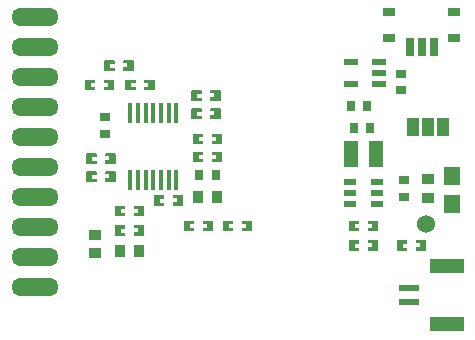
<source format=gtp>
G04 Layer: TopPasteMaskLayer*
G04 EasyEDA v6.5.47, 2024-10-12 17:14:22*
G04 719fd9fe6d86445c93735ca12bf21bf7,a18d025d90d848418757c69f2d6d6cc0,10*
G04 Gerber Generator version 0.2*
G04 Scale: 100 percent, Rotated: No, Reflected: No *
G04 Dimensions in millimeters *
G04 leading zeros omitted , absolute positions ,4 integer and 5 decimal *
%FSLAX45Y45*%
%MOMM*%

%ADD10C,1.5240*%
%ADD11R,1.0922X0.8128*%
%ADD12R,0.9000X0.8000*%
%ADD13R,1.3589X1.5000*%
%ADD14R,0.8000X0.9000*%
%ADD15R,1.2000X2.2000*%
%ADD16R,1.0000X1.5000*%
%ADD17R,1.0720X0.5320*%
%ADD18R,1.1570X0.4900*%
%ADD19R,1.1750X0.4900*%
%ADD20O,3.9999919999999998X1.499997*%
%ADD21R,0.7000X1.5000*%
%ADD22R,1.0000X0.8000*%
%ADD23R,1.7000X0.6000*%
%ADD24R,2.9000X1.3000*%
%ADD25R,0.8128X1.0922*%
%ADD26R,0.4000X1.7000*%
%ADD27R,0.0166X1.7000*%

%LPD*%
G36*
X3309518Y-2317191D02*
G01*
X3304489Y-2322220D01*
X3304489Y-2402179D01*
X3309518Y-2407208D01*
X3389477Y-2407208D01*
X3394506Y-2402179D01*
X3394506Y-2379421D01*
X3357524Y-2379421D01*
X3357524Y-2346401D01*
X3394506Y-2346401D01*
X3394506Y-2322220D01*
X3389477Y-2317191D01*
G37*
G36*
X3468522Y-2317191D02*
G01*
X3463493Y-2322220D01*
X3463493Y-2344978D01*
X3500475Y-2344978D01*
X3500475Y-2377998D01*
X3463493Y-2377998D01*
X3463493Y-2402179D01*
X3468522Y-2407208D01*
X3548481Y-2407208D01*
X3553510Y-2402179D01*
X3553510Y-2322220D01*
X3548481Y-2317191D01*
G37*
G36*
X3062122Y-2152091D02*
G01*
X3057093Y-2157120D01*
X3057093Y-2179878D01*
X3094075Y-2179878D01*
X3094075Y-2212898D01*
X3057093Y-2212898D01*
X3057093Y-2237079D01*
X3062122Y-2242108D01*
X3142081Y-2242108D01*
X3147110Y-2237079D01*
X3147110Y-2157120D01*
X3142081Y-2152091D01*
G37*
G36*
X2903118Y-2152091D02*
G01*
X2898089Y-2157120D01*
X2898089Y-2237079D01*
X2903118Y-2242108D01*
X2983077Y-2242108D01*
X2988106Y-2237079D01*
X2988106Y-2214321D01*
X2951124Y-2214321D01*
X2951124Y-2181301D01*
X2988106Y-2181301D01*
X2988106Y-2157120D01*
X2983077Y-2152091D01*
G37*
G36*
X2903118Y-2317191D02*
G01*
X2898089Y-2322220D01*
X2898089Y-2402179D01*
X2903118Y-2407208D01*
X2983077Y-2407208D01*
X2988106Y-2402179D01*
X2988106Y-2379421D01*
X2951124Y-2379421D01*
X2951124Y-2346401D01*
X2988106Y-2346401D01*
X2988106Y-2322220D01*
X2983077Y-2317191D01*
G37*
G36*
X3062122Y-2317191D02*
G01*
X3057093Y-2322220D01*
X3057093Y-2344978D01*
X3094075Y-2344978D01*
X3094075Y-2377998D01*
X3057093Y-2377998D01*
X3057093Y-2402179D01*
X3062122Y-2407208D01*
X3142081Y-2407208D01*
X3147110Y-2402179D01*
X3147110Y-2322220D01*
X3142081Y-2317191D01*
G37*
G36*
X839622Y-1732991D02*
G01*
X834593Y-1738020D01*
X834593Y-1760778D01*
X871626Y-1760778D01*
X871626Y-1793798D01*
X834593Y-1793798D01*
X834593Y-1817979D01*
X839622Y-1823008D01*
X919581Y-1823008D01*
X924610Y-1817979D01*
X924610Y-1738020D01*
X919581Y-1732991D01*
G37*
G36*
X680618Y-1732991D02*
G01*
X675589Y-1738020D01*
X675589Y-1817979D01*
X680618Y-1823008D01*
X760577Y-1823008D01*
X765606Y-1817979D01*
X765606Y-1795221D01*
X728573Y-1795221D01*
X728573Y-1762201D01*
X765606Y-1762201D01*
X765606Y-1738020D01*
X760577Y-1732991D01*
G37*
G36*
X680618Y-1580591D02*
G01*
X675589Y-1585620D01*
X675589Y-1665579D01*
X680618Y-1670608D01*
X760577Y-1670608D01*
X765606Y-1665579D01*
X765606Y-1642821D01*
X728573Y-1642821D01*
X728573Y-1609801D01*
X765606Y-1609801D01*
X765606Y-1585620D01*
X760577Y-1580591D01*
G37*
G36*
X839622Y-1580591D02*
G01*
X834593Y-1585620D01*
X834593Y-1608378D01*
X871626Y-1608378D01*
X871626Y-1641398D01*
X834593Y-1641398D01*
X834593Y-1665579D01*
X839622Y-1670608D01*
X919581Y-1670608D01*
X924610Y-1665579D01*
X924610Y-1585620D01*
X919581Y-1580591D01*
G37*
G36*
X921918Y-2190191D02*
G01*
X916889Y-2195220D01*
X916889Y-2275179D01*
X921918Y-2280208D01*
X1001877Y-2280208D01*
X1006906Y-2275179D01*
X1006906Y-2252421D01*
X969873Y-2252421D01*
X969873Y-2219401D01*
X1006906Y-2219401D01*
X1006906Y-2195220D01*
X1001877Y-2190191D01*
G37*
G36*
X1080922Y-2190191D02*
G01*
X1075893Y-2195220D01*
X1075893Y-2217978D01*
X1112926Y-2217978D01*
X1112926Y-2250998D01*
X1075893Y-2250998D01*
X1075893Y-2275179D01*
X1080922Y-2280208D01*
X1160881Y-2280208D01*
X1165910Y-2275179D01*
X1165910Y-2195220D01*
X1160881Y-2190191D01*
G37*
G36*
X1741322Y-1415491D02*
G01*
X1736293Y-1420520D01*
X1736293Y-1443278D01*
X1773326Y-1443278D01*
X1773326Y-1476298D01*
X1736293Y-1476298D01*
X1736293Y-1500479D01*
X1741322Y-1505508D01*
X1821281Y-1505508D01*
X1826310Y-1500479D01*
X1826310Y-1420520D01*
X1821281Y-1415491D01*
G37*
G36*
X1582318Y-1415491D02*
G01*
X1577289Y-1420520D01*
X1577289Y-1500479D01*
X1582318Y-1505508D01*
X1662277Y-1505508D01*
X1667306Y-1500479D01*
X1667306Y-1477721D01*
X1630273Y-1477721D01*
X1630273Y-1444701D01*
X1667306Y-1444701D01*
X1667306Y-1420520D01*
X1662277Y-1415491D01*
G37*
G36*
X1080922Y-2025091D02*
G01*
X1075893Y-2030120D01*
X1075893Y-2052878D01*
X1112926Y-2052878D01*
X1112926Y-2085898D01*
X1075893Y-2085898D01*
X1075893Y-2110079D01*
X1080922Y-2115108D01*
X1160881Y-2115108D01*
X1165910Y-2110079D01*
X1165910Y-2030120D01*
X1160881Y-2025091D01*
G37*
G36*
X921918Y-2025091D02*
G01*
X916889Y-2030120D01*
X916889Y-2110079D01*
X921918Y-2115108D01*
X1001877Y-2115108D01*
X1006906Y-2110079D01*
X1006906Y-2087321D01*
X969873Y-2087321D01*
X969873Y-2054301D01*
X1006906Y-2054301D01*
X1006906Y-2030120D01*
X1001877Y-2025091D01*
G37*
G36*
X1582318Y-1567891D02*
G01*
X1577289Y-1572920D01*
X1577289Y-1652879D01*
X1582318Y-1657908D01*
X1662277Y-1657908D01*
X1667306Y-1652879D01*
X1667306Y-1630121D01*
X1630273Y-1630121D01*
X1630273Y-1597101D01*
X1667306Y-1597101D01*
X1667306Y-1572920D01*
X1662277Y-1567891D01*
G37*
G36*
X1741322Y-1567891D02*
G01*
X1736293Y-1572920D01*
X1736293Y-1595678D01*
X1773326Y-1595678D01*
X1773326Y-1628698D01*
X1736293Y-1628698D01*
X1736293Y-1652879D01*
X1741322Y-1657908D01*
X1821281Y-1657908D01*
X1826310Y-1652879D01*
X1826310Y-1572920D01*
X1821281Y-1567891D01*
G37*
G36*
X1252118Y-1936191D02*
G01*
X1247089Y-1941220D01*
X1247089Y-2021179D01*
X1252118Y-2026208D01*
X1332077Y-2026208D01*
X1337106Y-2021179D01*
X1337106Y-1998421D01*
X1300073Y-1998421D01*
X1300073Y-1965401D01*
X1337106Y-1965401D01*
X1337106Y-1941220D01*
X1332077Y-1936191D01*
G37*
G36*
X1411122Y-1936191D02*
G01*
X1406093Y-1941220D01*
X1406093Y-1963978D01*
X1443126Y-1963978D01*
X1443126Y-1996998D01*
X1406093Y-1996998D01*
X1406093Y-2021179D01*
X1411122Y-2026208D01*
X1491081Y-2026208D01*
X1496110Y-2021179D01*
X1496110Y-1941220D01*
X1491081Y-1936191D01*
G37*
G36*
X1995322Y-2152091D02*
G01*
X1990293Y-2157120D01*
X1990293Y-2179878D01*
X2027275Y-2179878D01*
X2027275Y-2212898D01*
X1990293Y-2212898D01*
X1990293Y-2237079D01*
X1995322Y-2242108D01*
X2075281Y-2242108D01*
X2080310Y-2237079D01*
X2080310Y-2157120D01*
X2075281Y-2152091D01*
G37*
G36*
X1836318Y-2152091D02*
G01*
X1831289Y-2157120D01*
X1831289Y-2237079D01*
X1836318Y-2242108D01*
X1916277Y-2242108D01*
X1921306Y-2237079D01*
X1921306Y-2214321D01*
X1884273Y-2214321D01*
X1884273Y-2181301D01*
X1921306Y-2181301D01*
X1921306Y-2157120D01*
X1916277Y-2152091D01*
G37*
G36*
X1665122Y-2152091D02*
G01*
X1660093Y-2157120D01*
X1660093Y-2179878D01*
X1697126Y-2179878D01*
X1697126Y-2212898D01*
X1660093Y-2212898D01*
X1660093Y-2237079D01*
X1665122Y-2242108D01*
X1745081Y-2242108D01*
X1750110Y-2237079D01*
X1750110Y-2157120D01*
X1745081Y-2152091D01*
G37*
G36*
X1506118Y-2152091D02*
G01*
X1501089Y-2157120D01*
X1501089Y-2237079D01*
X1506118Y-2242108D01*
X1586077Y-2242108D01*
X1591106Y-2237079D01*
X1591106Y-2214321D01*
X1554073Y-2214321D01*
X1554073Y-2181301D01*
X1591106Y-2181301D01*
X1591106Y-2157120D01*
X1586077Y-2152091D01*
G37*
G36*
X826922Y-958291D02*
G01*
X821893Y-963320D01*
X821893Y-986078D01*
X858926Y-986078D01*
X858926Y-1019098D01*
X821893Y-1019098D01*
X821893Y-1043279D01*
X826922Y-1048308D01*
X906881Y-1048308D01*
X911910Y-1043279D01*
X911910Y-963320D01*
X906881Y-958291D01*
G37*
G36*
X667918Y-958291D02*
G01*
X662889Y-963320D01*
X662889Y-1043279D01*
X667918Y-1048308D01*
X747877Y-1048308D01*
X752906Y-1043279D01*
X752906Y-1020521D01*
X715873Y-1020521D01*
X715873Y-987501D01*
X752906Y-987501D01*
X752906Y-963320D01*
X747877Y-958291D01*
G37*
G36*
X1569618Y-1047191D02*
G01*
X1564589Y-1052220D01*
X1564589Y-1132179D01*
X1569618Y-1137208D01*
X1649577Y-1137208D01*
X1654606Y-1132179D01*
X1654606Y-1109421D01*
X1617573Y-1109421D01*
X1617573Y-1076401D01*
X1654606Y-1076401D01*
X1654606Y-1052220D01*
X1649577Y-1047191D01*
G37*
G36*
X1728622Y-1047191D02*
G01*
X1723593Y-1052220D01*
X1723593Y-1074978D01*
X1760626Y-1074978D01*
X1760626Y-1107998D01*
X1723593Y-1107998D01*
X1723593Y-1132179D01*
X1728622Y-1137208D01*
X1808581Y-1137208D01*
X1813610Y-1132179D01*
X1813610Y-1052220D01*
X1808581Y-1047191D01*
G37*
G36*
X1010818Y-958291D02*
G01*
X1005789Y-963320D01*
X1005789Y-1043279D01*
X1010818Y-1048308D01*
X1090777Y-1048308D01*
X1095806Y-1043279D01*
X1095806Y-1020521D01*
X1058773Y-1020521D01*
X1058773Y-987501D01*
X1095806Y-987501D01*
X1095806Y-963320D01*
X1090777Y-958291D01*
G37*
G36*
X1169822Y-958291D02*
G01*
X1164793Y-963320D01*
X1164793Y-986078D01*
X1201826Y-986078D01*
X1201826Y-1019098D01*
X1164793Y-1019098D01*
X1164793Y-1043279D01*
X1169822Y-1048308D01*
X1249781Y-1048308D01*
X1254810Y-1043279D01*
X1254810Y-963320D01*
X1249781Y-958291D01*
G37*
G36*
X992022Y-793191D02*
G01*
X986993Y-798220D01*
X986993Y-820978D01*
X1024026Y-820978D01*
X1024026Y-853998D01*
X986993Y-853998D01*
X986993Y-878179D01*
X992022Y-883208D01*
X1071981Y-883208D01*
X1077010Y-878179D01*
X1077010Y-798220D01*
X1071981Y-793191D01*
G37*
G36*
X833018Y-793191D02*
G01*
X827989Y-798220D01*
X827989Y-878179D01*
X833018Y-883208D01*
X912977Y-883208D01*
X918006Y-878179D01*
X918006Y-855421D01*
X880973Y-855421D01*
X880973Y-822401D01*
X918006Y-822401D01*
X918006Y-798220D01*
X912977Y-793191D01*
G37*
G36*
X1569618Y-1199591D02*
G01*
X1564589Y-1204620D01*
X1564589Y-1284579D01*
X1569618Y-1289608D01*
X1649577Y-1289608D01*
X1654606Y-1284579D01*
X1654606Y-1261821D01*
X1617573Y-1261821D01*
X1617573Y-1228801D01*
X1654606Y-1228801D01*
X1654606Y-1204620D01*
X1649577Y-1199591D01*
G37*
G36*
X1728622Y-1199591D02*
G01*
X1723593Y-1204620D01*
X1723593Y-1227378D01*
X1760626Y-1227378D01*
X1760626Y-1260398D01*
X1723593Y-1260398D01*
X1723593Y-1284579D01*
X1728622Y-1289608D01*
X1808581Y-1289608D01*
X1813610Y-1284579D01*
X1813610Y-1204620D01*
X1808581Y-1199591D01*
G37*
D10*
G01*
X3556000Y-2184400D03*
D11*
G01*
X3568700Y-1800860D03*
G01*
X3568700Y-1958339D03*
D12*
G01*
X3365500Y-1809597D03*
G01*
X3365500Y-1949602D03*
D13*
G01*
X3771900Y-2012289D03*
G01*
X3771900Y-1772310D03*
D14*
G01*
X2939897Y-1371600D03*
G01*
X3079902Y-1371600D03*
D15*
G01*
X2919780Y-1587500D03*
G01*
X3125419Y-1587500D03*
D16*
G01*
X3568700Y-1358900D03*
G01*
X3441700Y-1358900D03*
G01*
X3695700Y-1358900D03*
D17*
G01*
X2907690Y-1822704D03*
G01*
X2907690Y-1917700D03*
G01*
X2907690Y-2012695D03*
G01*
X3137509Y-2012695D03*
G01*
X3137509Y-1917700D03*
G01*
X3137509Y-1822704D03*
D12*
G01*
X3340100Y-1047902D03*
G01*
X3340100Y-907897D03*
D14*
G01*
X2914497Y-1181100D03*
G01*
X3054502Y-1181100D03*
D18*
G01*
X3150666Y-996695D03*
G01*
X3150666Y-901700D03*
G01*
X3150666Y-806704D03*
D19*
G01*
X2919933Y-806704D03*
G01*
X2919933Y-996695D03*
D20*
G01*
X241300Y-431800D03*
G01*
X241300Y-685800D03*
G01*
X241300Y-939800D03*
G01*
X241300Y-1193800D03*
G01*
X241300Y-1447800D03*
G01*
X241300Y-1701800D03*
G01*
X241300Y-1955800D03*
G01*
X241300Y-2209800D03*
G01*
X241300Y-2463800D03*
G01*
X241300Y-2717800D03*
D21*
G01*
X3617899Y-678408D03*
G01*
X3517900Y-678408D03*
G01*
X3417900Y-678408D03*
D22*
G01*
X3792905Y-608406D03*
G01*
X3242894Y-608406D03*
G01*
X3792905Y-388391D03*
G01*
X3242894Y-388391D03*
D23*
G01*
X3408705Y-2843809D03*
G01*
X3408705Y-2718790D03*
D24*
G01*
X3728694Y-2533802D03*
G01*
X3728694Y-3028797D03*
D12*
G01*
X838200Y-1276197D03*
G01*
X838200Y-1416202D03*
D25*
G01*
X1120139Y-2413000D03*
G01*
X962660Y-2413000D03*
D11*
G01*
X749300Y-2428239D03*
G01*
X749300Y-2270760D03*
D26*
G01*
X1049604Y-1804009D03*
G01*
X1114602Y-1804009D03*
G01*
X1179601Y-1804009D03*
G01*
X1244600Y-1804009D03*
G01*
X1309598Y-1804009D03*
G01*
X1374597Y-1804009D03*
G01*
X1439595Y-1804009D03*
G01*
X1439595Y-1243990D03*
G01*
X1374597Y-1243990D03*
G01*
X1309598Y-1243990D03*
G01*
X1244600Y-1243990D03*
G01*
X1179601Y-1243990D03*
G01*
X1114602Y-1243990D03*
G01*
X1049604Y-1243990D03*
D25*
G01*
X1780539Y-1955800D03*
G01*
X1623060Y-1955800D03*
D14*
G01*
X1771802Y-1765300D03*
G01*
X1631797Y-1765300D03*
M02*

</source>
